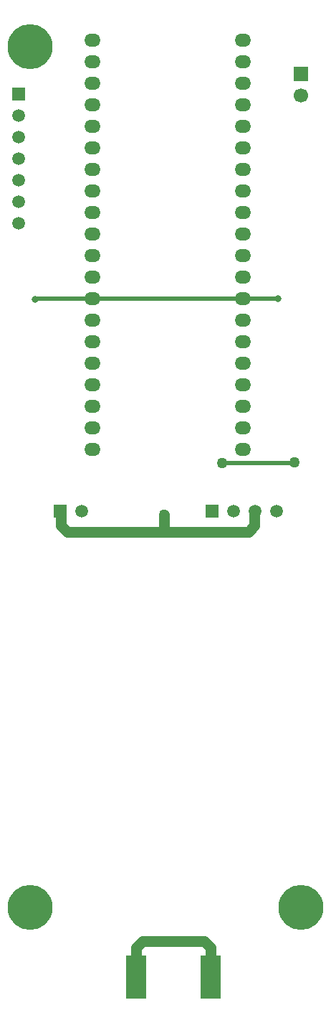
<source format=gbl>
G04*
G04 #@! TF.GenerationSoftware,Altium Limited,Altium Designer,21.9.2 (33)*
G04*
G04 Layer_Physical_Order=2*
G04 Layer_Color=16711680*
%FSLAX25Y25*%
%MOIN*%
G70*
G04*
G04 #@! TF.SameCoordinates,E2C99735-CA0C-4932-8283-BDFC764E686B*
G04*
G04*
G04 #@! TF.FilePolarity,Positive*
G04*
G01*
G75*
%ADD16R,0.09508X0.20000*%
%ADD38C,0.02000*%
%ADD40C,0.05000*%
%ADD44O,0.07500X0.06000*%
%ADD45C,0.01400*%
%ADD46C,0.20866*%
%ADD47R,0.05906X0.05906*%
%ADD48C,0.05906*%
%ADD49R,0.05906X0.05906*%
%ADD50C,0.06693*%
%ADD51R,0.06693X0.06693*%
%ADD52C,0.03150*%
%ADD53C,0.05000*%
D16*
X356446Y125100D02*
D03*
X390954D02*
D03*
D38*
X309449Y439764D02*
X309646Y439961D01*
X422441D01*
X396189Y363672D02*
X396440Y363923D01*
X429868D01*
X430118Y364173D01*
D40*
X369291Y331693D02*
X408488D01*
X324248D02*
X369291D01*
Y339764D01*
X359375Y141732D02*
X388025D01*
X356446Y125100D02*
Y138803D01*
X359375Y141732D01*
X390954Y125100D02*
Y138803D01*
X388025Y141732D02*
X390954Y138803D01*
X411417Y334622D02*
Y341378D01*
X408488Y331693D02*
X411417Y334622D01*
Y341378D02*
X411575Y341535D01*
X321319Y334622D02*
X324248Y331693D01*
X321319Y334622D02*
Y341083D01*
X320866Y341535D02*
X321319Y341083D01*
D44*
X335850Y560185D02*
D03*
Y550185D02*
D03*
Y540185D02*
D03*
Y530185D02*
D03*
Y520185D02*
D03*
Y510185D02*
D03*
Y500185D02*
D03*
Y490185D02*
D03*
Y480185D02*
D03*
Y470185D02*
D03*
Y460185D02*
D03*
Y450185D02*
D03*
Y440185D02*
D03*
Y430185D02*
D03*
Y420185D02*
D03*
Y410185D02*
D03*
Y400185D02*
D03*
Y390185D02*
D03*
Y380185D02*
D03*
Y370185D02*
D03*
X405850Y560185D02*
D03*
Y550185D02*
D03*
Y540185D02*
D03*
Y530185D02*
D03*
Y520185D02*
D03*
Y510185D02*
D03*
Y500185D02*
D03*
Y490185D02*
D03*
Y480185D02*
D03*
Y470185D02*
D03*
Y460185D02*
D03*
Y450185D02*
D03*
Y440185D02*
D03*
Y430185D02*
D03*
Y420185D02*
D03*
Y410185D02*
D03*
Y400185D02*
D03*
Y390185D02*
D03*
Y380185D02*
D03*
Y370185D02*
D03*
D45*
X312899Y151667D02*
D03*
X315307Y157480D02*
D03*
X312899Y163293D02*
D03*
X307087Y165701D02*
D03*
D03*
X301274Y163293D02*
D03*
X298866Y157480D02*
D03*
X301274Y151667D02*
D03*
X307087Y149260D02*
D03*
X438884Y151667D02*
D03*
X441292Y157480D02*
D03*
X438884Y163293D02*
D03*
X433071Y165701D02*
D03*
D03*
X427258Y163293D02*
D03*
X424850Y157480D02*
D03*
X427258Y151667D02*
D03*
X433071Y149260D02*
D03*
X312899Y551274D02*
D03*
X315307Y557087D02*
D03*
X312899Y562899D02*
D03*
X307087Y565307D02*
D03*
D03*
X301274Y562899D02*
D03*
X298866Y557087D02*
D03*
X301274Y551274D02*
D03*
X307087Y548866D02*
D03*
D46*
Y157480D02*
D03*
X433071D02*
D03*
X307087Y557087D02*
D03*
D47*
X320866Y341535D02*
D03*
X391575D02*
D03*
D48*
X330866D02*
D03*
X421575D02*
D03*
X411575D02*
D03*
X401575D02*
D03*
X301575Y515039D02*
D03*
Y525039D02*
D03*
Y505039D02*
D03*
Y495039D02*
D03*
Y485039D02*
D03*
Y475039D02*
D03*
D49*
Y535039D02*
D03*
D50*
X433071Y534449D02*
D03*
D51*
Y544449D02*
D03*
D52*
X422441Y439961D02*
D03*
X309449Y439764D02*
D03*
D53*
X369291Y339764D02*
D03*
X396189Y363672D02*
D03*
X430118Y364173D02*
D03*
M02*

</source>
